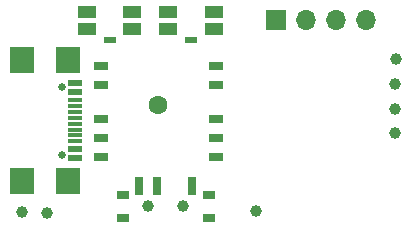
<source format=gbr>
%TF.GenerationSoftware,KiCad,Pcbnew,8.0.0*%
%TF.CreationDate,2024-03-15T11:34:24+01:00*%
%TF.ProjectId,projet s6,70726f6a-6574-4207-9336-2e6b69636164,rev?*%
%TF.SameCoordinates,Original*%
%TF.FileFunction,Soldermask,Bot*%
%TF.FilePolarity,Negative*%
%FSLAX46Y46*%
G04 Gerber Fmt 4.6, Leading zero omitted, Abs format (unit mm)*
G04 Created by KiCad (PCBNEW 8.0.0) date 2024-03-15 11:34:24*
%MOMM*%
%LPD*%
G01*
G04 APERTURE LIST*
%ADD10R,1.700000X1.700000*%
%ADD11O,1.700000X1.700000*%
%ADD12C,1.000000*%
%ADD13R,1.650000X1.050000*%
%ADD14R,1.100000X0.500000*%
%ADD15C,1.600000*%
%ADD16R,1.200000X0.800000*%
%ADD17R,0.700000X1.600000*%
%ADD18R,0.700000X1.500000*%
%ADD19R,1.000000X0.800000*%
%ADD20C,0.650000*%
%ADD21R,1.150000X0.600000*%
%ADD22R,1.150000X0.300000*%
%ADD23R,2.000000X2.180000*%
G04 APERTURE END LIST*
D10*
%TO.C,J2*%
X196450000Y-66600000D03*
D11*
X198990000Y-66600000D03*
X201530000Y-66600000D03*
X204070000Y-66600000D03*
%TD*%
D12*
%TO.C,TP5*%
X174910000Y-82900000D03*
%TD*%
%TO.C,TP9*%
X206550000Y-74140000D03*
%TD*%
%TO.C,TP11*%
X206570000Y-72030000D03*
%TD*%
%TO.C,TP7*%
X206570000Y-76240000D03*
%TD*%
%TO.C,TP8*%
X194790000Y-82820000D03*
%TD*%
%TO.C,TP1*%
X177040000Y-82950000D03*
%TD*%
%TO.C,TP10*%
X206610000Y-69910000D03*
%TD*%
D13*
%TO.C,SW1*%
X187335000Y-65935000D03*
D14*
X189260000Y-68360000D03*
D13*
X191185000Y-65935000D03*
X187335000Y-67385000D03*
X191185000Y-67385000D03*
%TD*%
D15*
%TO.C,PA1010D1*%
X186490000Y-73850000D03*
D16*
X191340000Y-70500000D03*
X191340000Y-72100000D03*
X191340000Y-75000000D03*
X191340000Y-76600000D03*
X191340000Y-78200000D03*
X181640000Y-78200000D03*
X181640000Y-76600000D03*
X181640000Y-75000000D03*
X181640000Y-72100000D03*
X181640000Y-70500000D03*
%TD*%
D12*
%TO.C,SW6*%
X188615000Y-82417500D03*
X185615000Y-82417500D03*
D17*
X184865000Y-80667500D03*
D18*
X186365000Y-80667500D03*
X189365000Y-80667500D03*
D19*
X190765000Y-83382500D03*
X190765000Y-81452500D03*
X183465000Y-83382500D03*
X183465000Y-81452500D03*
%TD*%
D13*
%TO.C,SW2*%
X180450000Y-65940000D03*
D14*
X182375000Y-68365000D03*
D13*
X184300000Y-65940000D03*
X180450000Y-67390000D03*
X184300000Y-67390000D03*
%TD*%
D20*
%TO.C,J1*%
X178345000Y-78045000D03*
X178345000Y-72265000D03*
D21*
X179420000Y-78355000D03*
X179420000Y-71955000D03*
X179420000Y-77555000D03*
X179420000Y-72755000D03*
D22*
X179420000Y-76405000D03*
X179420000Y-75405000D03*
X179420000Y-74905000D03*
X179420000Y-73905000D03*
X179420000Y-73405000D03*
X179420000Y-74405000D03*
X179420000Y-75905000D03*
X179420000Y-76905000D03*
D23*
X174915000Y-80265000D03*
X178845000Y-80265000D03*
X174915000Y-70045000D03*
X178845000Y-70045000D03*
%TD*%
M02*

</source>
